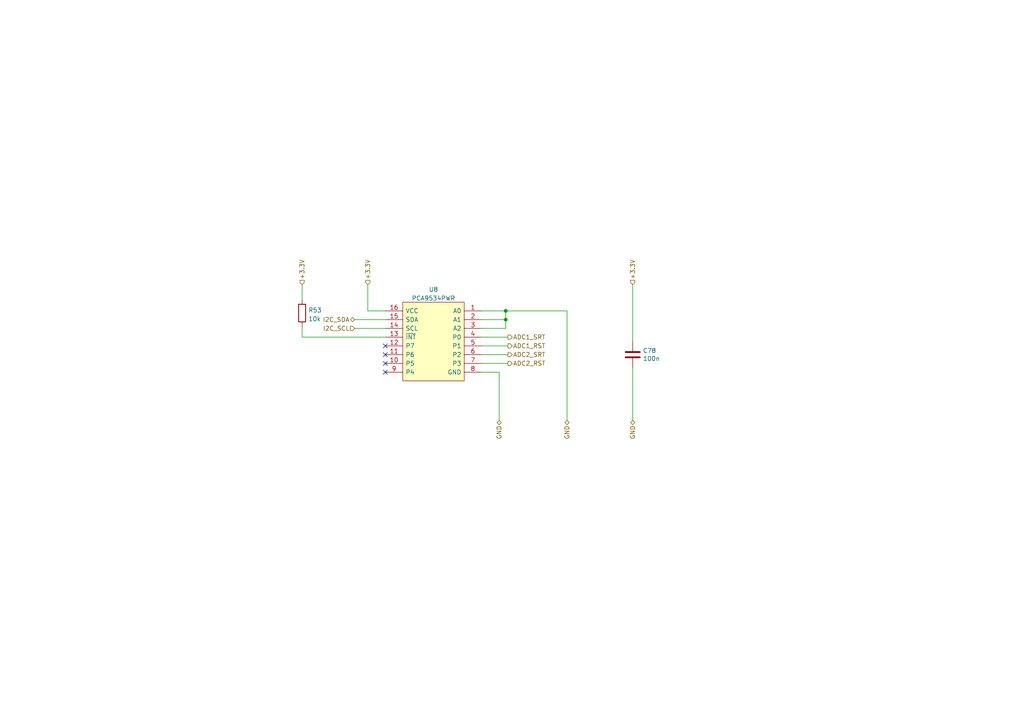
<source format=kicad_sch>
(kicad_sch (version 20211123) (generator eeschema)
  (paper "A4")
  (lib_symbols
    (symbol "Device:C" (pin_numbers hide) (pin_names (offset 0.254))
      (property "Reference" "C" (at 0.635 2.54 0))
      (property "Value" "C" (at 0.635 -2.54 0))
      (symbol "C_0_1"
        (polyline (pts (xy -2.032 -0.762) (xy 2.032 -0.762)) (stroke (width 0.508)))
        (polyline (pts (xy -2.032 0.762) (xy 2.032 0.762)) (stroke (width 0.508)))
      )
      (symbol "C_1_1"
        (pin passive line (at 0 3.81 270) (length 2.794) (name "~") (number "1"))
        (pin passive line (at 0 -3.81 90) (length 2.794) (name "~") (number "2"))
      )
    )
    (symbol "Device:R" (pin_numbers hide) (pin_names (offset 0))
      (property "Reference" "R" (at 2.032 0 90))
      (property "Value" "R" (at 0 0 90))
      (symbol "R_0_1"
        (rectangle (start -1.016 -2.54) (end 1.016 2.54) (stroke (width 0.254)))
      )
      (symbol "R_1_1"
        (pin passive line (at 0 3.81 270) (length 1.27) (name "~") (number "1"))
        (pin passive line (at 0 -3.81 90) (length 1.27) (name "~") (number "2"))
      )
    )
    (symbol "general:PCA9534PWR" (pin_names (offset 0.762))
      (property "Reference" "U" (at 13.335 6.35 0))
      (property "Value" "PCA9534PWR" (at 7.62 3.81 0))
      (symbol "PCA9534PWR_0_0"
        (pin passive line (at 0 0 0) (length 5.08) (name "A0") (number "1"))
        (pin passive line (at 27.94 -15.24 180) (length 5.08) (name "P5") (number "10"))
        (pin passive line (at 27.94 -12.7 180) (length 5.08) (name "P6") (number "11"))
        (pin passive line (at 27.94 -10.16 180) (length 5.08) (name "P7") (number "12"))
        (pin passive line (at 27.94 -7.62 180) (length 5.08) (name "~{INT}") (number "13"))
        (pin passive line (at 27.94 -5.08 180) (length 5.08) (name "SCL") (number "14"))
        (pin passive line (at 27.94 -2.54 180) (length 5.08) (name "SDA") (number "15"))
        (pin passive line (at 27.94 0 180) (length 5.08) (name "VCC") (number "16"))
        (pin passive line (at 0 -2.54 0) (length 5.08) (name "A1") (number "2"))
        (pin passive line (at 0 -5.08 0) (length 5.08) (name "A2") (number "3"))
        (pin passive line (at 0 -7.62 0) (length 5.08) (name "P0") (number "4"))
        (pin passive line (at 0 -10.16 0) (length 5.08) (name "P1") (number "5"))
        (pin passive line (at 0 -12.7 0) (length 5.08) (name "P2") (number "6"))
        (pin passive line (at 0 -15.24 0) (length 5.08) (name "P3") (number "7"))
        (pin passive line (at 0 -17.78 0) (length 5.08) (name "GND") (number "8"))
        (pin passive line (at 27.94 -17.78 180) (length 5.08) (name "P4") (number "9"))
      )
      (symbol "PCA9534PWR_0_1"
        (polyline (pts (xy 5.08 2.54) (xy 22.86 2.54) (xy 22.86 -20.32) (xy 5.08 -20.32) (xy 5.08 2.54)) (stroke (width 0.1524)) (fill (type background)))
      )
    )
  )
  (junction (at 146.685 90.17))
  (junction (at 146.685 92.71))
  (no_connect (at 111.76 100.33))
  (no_connect (at 111.76 105.41))
  (no_connect (at 111.76 107.95))
  (no_connect (at 111.76 102.87))
  (wire (pts (xy 87.63 97.79) (xy 111.76 97.79)))
  (wire (pts (xy 102.87 92.71) (xy 111.76 92.71)))
  (wire (pts (xy 139.7 105.41) (xy 147.32 105.41)))
  (wire (pts (xy 87.63 82.55) (xy 87.63 86.995)))
  (wire (pts (xy 139.7 97.79) (xy 147.32 97.79)))
  (wire (pts (xy 106.68 82.55) (xy 106.68 90.17)))
  (wire (pts (xy 146.685 92.71) (xy 146.685 90.17)))
  (wire (pts (xy 111.76 90.17) (xy 106.68 90.17)))
  (wire (pts (xy 139.7 100.33) (xy 147.32 100.33)))
  (wire (pts (xy 139.7 95.25) (xy 146.685 95.25)))
  (wire (pts (xy 183.515 106.68) (xy 183.515 121.92)))
  (wire (pts (xy 144.78 107.95) (xy 144.78 121.92)))
  (wire (pts (xy 87.63 94.615) (xy 87.63 97.79)))
  (wire (pts (xy 139.7 102.87) (xy 147.32 102.87)))
  (wire (pts (xy 164.465 90.17) (xy 146.685 90.17)))
  (wire (pts (xy 102.87 95.25) (xy 111.76 95.25)))
  (wire (pts (xy 139.7 107.95) (xy 144.78 107.95)))
  (wire (pts (xy 183.515 82.55) (xy 183.515 99.06)))
  (wire (pts (xy 164.465 90.17) (xy 164.465 121.92)))
  (wire (pts (xy 146.685 95.25) (xy 146.685 92.71)))
  (wire (pts (xy 146.685 90.17) (xy 139.7 90.17)))
  (wire (pts (xy 146.685 92.71) (xy 139.7 92.71)))
  (hierarchical_label "ADC1_RST" (shape output) (at 147.32 100.33 0))
  (hierarchical_label "+3.3V" (shape input) (at 183.515 82.55 90))
  (hierarchical_label "GND" (shape bidirectional) (at 144.78 121.92 270))
  (hierarchical_label "ADC1_SRT" (shape output) (at 147.32 97.79 0))
  (hierarchical_label "ADC2_RST" (shape output) (at 147.32 105.41 0))
  (hierarchical_label "ADC2_SRT" (shape output) (at 147.32 102.87 0))
  (hierarchical_label "GND" (shape bidirectional) (at 164.465 121.92 270))
  (hierarchical_label "I2C_SDA" (shape bidirectional) (at 102.87 92.71 180))
  (hierarchical_label "+3.3V" (shape input) (at 106.68 82.55 90))
  (hierarchical_label "GND" (shape bidirectional) (at 183.515 121.92 270))
  (hierarchical_label "I2C_SCL" (shape input) (at 102.87 95.25 180))
  (hierarchical_label "+3.3V" (shape input) (at 87.63 82.55 90))
  (symbol (lib_id "Device:R") (at 87.63 90.805 0) (unit 1)
    (property "Reference" "R53" (at 89.408 89.9703 0) (effects (justify left)))
    (property "Value" "10k" (at 89.408 92.5072 0) (effects (justify left)))
    (property "Footprint" "Resistor_SMD:R_0603_1608Metric" (effects hide))
    (property "Manufacturer_Part_Number" "0603WAF1002T5E" (effects hide))
    (property "jlc" "C25804" (effects hide))
  )
  (symbol (lib_id "general:PCA9534PWR") (at 139.7 90.17 0) (mirror y) (unit 1)
    (property "Reference" "U8" (at 125.73 83.981 0))
    (property "Value" "PCA9534PWR" (at 125.73 86.5179 0))
    (property "Footprint" "general:SOP65P640X120-16N" (effects hide))
    (property "Datasheet" "http://www.ti.com/lit/ds/symlink/pca9534.pdf" (effects hide))
    (property "Description" "Remote 8-Bit I2C and Low-Power I/O Expander With Interrupt Output and Configuration Registers" (effects hide))
    (property "Height" "1.2" (effects hide))
    (property "Mouser Part Number" "595-PCA9534PWR" (effects hide))
    (property "Mouser Price/Stock" "https://www.mouser.co.uk/ProductDetail/Texas-Instruments/PCA9534PWR?qs=iSMark9AYDX3rjge5QdxIg%3D%3D" (effects hide))
    (property "Manufacturer_Name" "Texas Instruments" (effects hide))
    (property "Manufacturer_Part_Number" "PCA9534PWR" (effects hide))
  )
  (symbol (lib_id "Device:C") (at 183.515 102.87 0) (unit 1)
    (property "Reference" "C78" (at 186.436 101.7016 0) (effects (justify left)))
    (property "Value" "100n" (at 186.436 104.013 0) (effects (justify left)))
    (property "Footprint" "Capacitor_SMD:C_0603_1608Metric" (effects hide))
    (property "jlc" "C14663" (effects hide))
    (property "Manufacturer_Part_Number" "CC0603KRX7R9BB104" (effects hide))
  )
)
</source>
